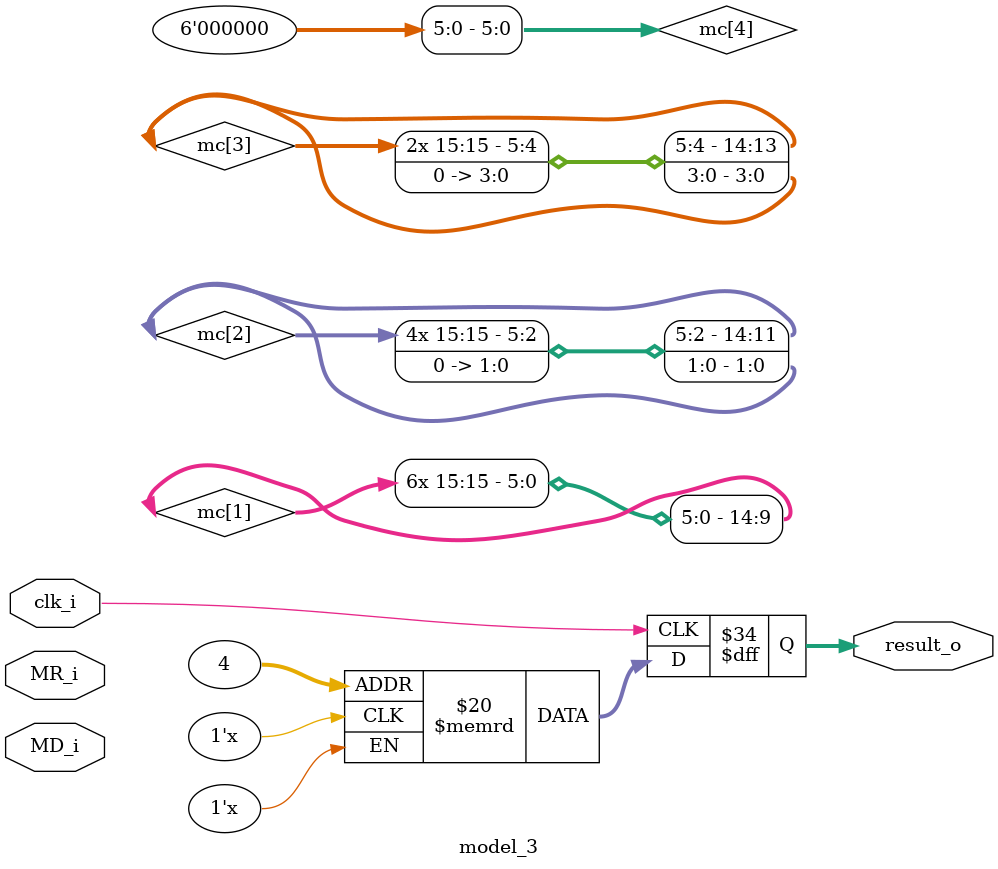
<source format=sv>

module model_3(
    // input 
        input logic clk_i ,
        input logic [7:0] MD_i , MR_i ,

    // output
        output logic [15:0] result_o
);

    logic [15:0] mc [4:1] ;   // Generate new MR
    logic [8:0]  result[4:1] ;
    //logic        carry[4:1] ;
    logic [15:0] op [4:1] ;
    logic [15:0] re_op [4:2] ;
    logic [7:0]  __MD [4:2] ;
    logic [7:0]  __MR [4:2] ;
    //logic        take_carry[4:2] ;

    reg [15:0]   op_st [4:1] ;
    reg [7:0]    MD_st  [4:1] ;
    reg [7:0]    MR_st  [4:1] ;    
    //reg          carry_st [4:1] ;

// Stage 1

    mul_comp mul1 (
        // input
        .data_i (MD_i) ,
        .multi_i({MR_i[1:0],1'b0}) ,

        // output
        .result_o(result[1]) // 9 bit
    );

    assign mc[1] = {{7{result[1][8]}},result[1]} ;

    adder #(.N(16)) add1 (
        .A_i (16'b0) ,
        .B_i (mc[1]) ,
        //.carry_i(1'b0) ,
        .sel_i(1'b0) ,

        //.carry_o(carry[1]),
        .result_o(op[1])
    ); 

    always @(posedge clk_i) begin : Store_value_stage_1
        op_st[1] <= op[1] ;
        MD_st[1] <= MD_i ;
        MR_st[1] <= MR_i ;
        //carry_st[1] <= carry[1] ;
    end
// Stage 2

    assign re_op[2] = op_st [1] ;
    assign __MD[2]  = MD_st [1] ;
    assign __MR[2]  = MR_st [1] ;
    //assign take_carry[2] = carry_st[1] ;

    mul_comp mul2 (
        // input
        .data_i (__MD[2]) ,
        .multi_i(__MR[2][3:1]) ,

        // output
        .result_o(result[2]) // 9 bit
    );

    //assign mc[2] = {3'b0,{2{result[2][8]}},result[2],2'b00} ;
    assign mc[2] = {{5{result[2][8]}},result[2],2'b00} ;

    adder #(.N(16)) add2 (
        .A_i (re_op[2]) ,
        .B_i (mc[2]) ,
      //  .carry_i(take_carry[2]) ,
        .sel_i(1'b0) ,

        //.carry_o(carry[2]),
        .result_o(op[2])
    ); 

    always @(posedge clk_i) begin : Store_value_stage_2
        op_st[2] <= op[2] ;
        MD_st[2] <= __MD[2] ;
        MR_st[2] <= __MR[2] ;
        //carry_st[2] <= carry[2] ;
    end

// Stage 3

    assign re_op[3] = op_st [2] ;
    assign __MD[3]  = MD_st [2] ;
    assign __MR[3]  = MR_st [2] ;
    //assign take_carry[3] = carry_st[2] ;    

    mul_comp mul3 (
        // input
        .data_i (__MD[3]) ,
        .multi_i(__MR[3][5:3]) ,

        // output
        .result_o(result[3]) // 9 bit
    );

    //assign mc[3] = {1'b0,{2{result[3][8]}},result[3],4'b00} ;
    assign mc[3] = {{3{result[3][8]}},result[3],4'b00} ;

    adder #(.N(16)) add3 (
        .A_i (re_op[3]) ,
        .B_i (mc[3]) ,
        //.carry_i(take_carry[3]) ,
        .sel_i(1'b0) ,

        //.carry_o(carry[3]),
        .result_o(op[3])
    ); 

    always @(posedge clk_i) begin : Store_value_stage_3
        op_st[3] <= op[3] ;
        MD_st[3] <= __MD[3] ;
        MR_st[3] <= __MR[3] ;
        ///carry_st[3] <= carry[3] ;
    end

// Stage 4

    assign re_op[4] = op_st [3] ;
    assign __MD[4]  = MD_st [3] ;
    assign __MR[4]  = MR_st [3] ;
    //assign take_carry[4] = carry_st[3] ;

    mul_comp mul4 (
        // input
        .data_i (__MD[4]) ,
        .multi_i(__MR[4][7:5]) ,

        // output
        .result_o(result[4]) // 9 bit
    );

    //assign mc[4] = {1'b0,result[4],6'b000000} ;
    assign mc[4] = {{1{result[4][8]}},result[4],6'b000000} ;

    adder #(.N(16)) add4 (
        .A_i (re_op[4]) ,
        .B_i (mc[4]) ,
        //.carry_i(take_carry[4]) ,
        .sel_i(1'b0) ,

        //.carry_o(carry[4]),
        .result_o(op[4])
    ); 

    always @(posedge clk_i) begin
        result_o <= op[4] ;
    end

endmodule : model_3

</source>
